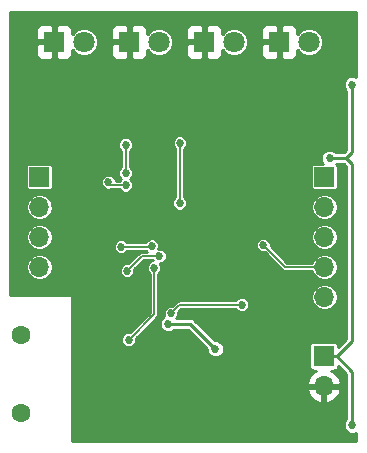
<source format=gbl>
%TF.GenerationSoftware,KiCad,Pcbnew,4.0.7*%
%TF.CreationDate,2018-02-09T12:23:56+01:00*%
%TF.ProjectId,Metronome,4D6574726F6E6F6D652E6B696361645F,1.0*%
%TF.FileFunction,Copper,L2,Bot,Signal*%
%FSLAX46Y46*%
G04 Gerber Fmt 4.6, Leading zero omitted, Abs format (unit mm)*
G04 Created by KiCad (PCBNEW 4.0.7) date 02/09/18 12:23:56*
%MOMM*%
%LPD*%
G01*
G04 APERTURE LIST*
%ADD10C,0.127000*%
%ADD11C,1.600000*%
%ADD12R,1.700000X1.700000*%
%ADD13O,1.700000X1.700000*%
%ADD14R,1.800000X1.800000*%
%ADD15C,1.800000*%
%ADD16C,0.685800*%
%ADD17C,0.152400*%
%ADD18C,0.254000*%
G04 APERTURE END LIST*
D10*
D11*
X131851400Y-103837200D03*
X131851400Y-110437200D03*
D12*
X157568900Y-90436700D03*
D13*
X157568900Y-92976700D03*
X157568900Y-95516700D03*
X157568900Y-98056700D03*
X157568900Y-100596700D03*
D14*
X134708900Y-79006700D03*
D15*
X137248900Y-79006700D03*
D14*
X141058900Y-79006700D03*
D15*
X143598900Y-79006700D03*
D14*
X147408900Y-79006700D03*
D15*
X149948900Y-79006700D03*
D14*
X153758900Y-79006700D03*
D15*
X156298900Y-79006700D03*
D12*
X157505400Y-105613200D03*
D13*
X157505400Y-108153200D03*
D12*
X133438900Y-90436700D03*
D13*
X133438900Y-92976700D03*
X133438900Y-95516700D03*
X133438900Y-98056700D03*
D16*
X139280890Y-90881200D03*
X140741400Y-91135200D03*
X144078978Y-98210988D03*
X146608800Y-104998801D03*
X155727400Y-88849200D03*
X140995400Y-84912200D03*
X148107400Y-90138798D03*
X155663900Y-95072200D03*
X138074400Y-89166704D03*
X150710900Y-86944200D03*
X138455400Y-110629700D03*
X148336000Y-104998801D03*
X144353501Y-102879445D03*
X159918400Y-82626204D03*
X158013400Y-88849200D03*
X159918402Y-111455200D03*
X142951200Y-96266000D03*
X140360400Y-96342200D03*
X150571192Y-101244400D03*
X144576800Y-101955600D03*
X143611600Y-97129600D03*
X152397718Y-96187525D03*
X140868406Y-98374200D03*
X143143631Y-98119481D03*
X140995400Y-104216208D03*
X140741400Y-87706200D03*
X140741400Y-90119200D03*
X145313400Y-92659200D03*
X145339149Y-87540688D03*
D17*
X139534890Y-91135200D02*
X139280890Y-90881200D01*
X140741400Y-91135200D02*
X139534890Y-91135200D01*
D18*
X144353501Y-102879445D02*
X146216644Y-102879445D01*
X146216644Y-102879445D02*
X148336000Y-104998801D01*
X159918400Y-83111137D02*
X159918400Y-82626204D01*
X159410402Y-88849200D02*
X159918400Y-88341202D01*
X159918400Y-88341202D02*
X159918400Y-83111137D01*
X159918402Y-89357200D02*
X159918402Y-104343200D01*
X159410402Y-88849200D02*
X159918402Y-89357200D01*
X158013400Y-88849200D02*
X159410402Y-88849200D01*
X157505400Y-105613200D02*
X158648402Y-105613200D01*
X158648402Y-105613200D02*
X159918402Y-104343200D01*
X159918402Y-107010200D02*
X159918402Y-110970267D01*
X157505400Y-105613200D02*
X158609400Y-105613200D01*
X158609400Y-105613200D02*
X159918402Y-106922202D01*
X159918402Y-106922202D02*
X159918402Y-107010200D01*
X159918402Y-110970267D02*
X159918402Y-111455200D01*
D17*
X140360400Y-96342200D02*
X142875000Y-96342200D01*
X142875000Y-96342200D02*
X142951200Y-96266000D01*
X145288000Y-101244400D02*
X150086259Y-101244400D01*
X144576800Y-101955600D02*
X145288000Y-101244400D01*
X150086259Y-101244400D02*
X150571192Y-101244400D01*
X143126667Y-97129600D02*
X143611600Y-97129600D01*
X142113006Y-97129600D02*
X143126667Y-97129600D01*
X140868406Y-98374200D02*
X142113006Y-97129600D01*
X157568900Y-98056700D02*
X154266893Y-98056700D01*
X154266893Y-98056700D02*
X152740617Y-96530424D01*
X152740617Y-96530424D02*
X152397718Y-96187525D01*
X143143631Y-102067977D02*
X143143631Y-98604414D01*
X140995400Y-104216208D02*
X143143631Y-102067977D01*
X143143631Y-98604414D02*
X143143631Y-98119481D01*
X140741400Y-90119200D02*
X140741400Y-87706200D01*
X145313400Y-92659200D02*
X145313400Y-87566437D01*
X145313400Y-87566437D02*
X145339149Y-87540688D01*
D18*
G36*
X160289500Y-81996471D02*
X160063024Y-81902430D01*
X159775039Y-81902179D01*
X159508879Y-82012154D01*
X159305065Y-82215612D01*
X159194626Y-82481580D01*
X159194375Y-82769565D01*
X159304350Y-83035725D01*
X159410400Y-83141961D01*
X159410400Y-88130782D01*
X159199982Y-88341200D01*
X158529143Y-88341200D01*
X158423992Y-88235865D01*
X158158024Y-88125426D01*
X157870039Y-88125175D01*
X157603879Y-88235150D01*
X157400065Y-88438608D01*
X157289626Y-88704576D01*
X157289375Y-88992561D01*
X157399350Y-89258721D01*
X157442381Y-89301827D01*
X156718900Y-89301827D01*
X156615361Y-89321309D01*
X156520266Y-89382501D01*
X156456471Y-89475868D01*
X156434027Y-89586700D01*
X156434027Y-91286700D01*
X156453509Y-91390239D01*
X156514701Y-91485334D01*
X156608068Y-91549129D01*
X156718900Y-91571573D01*
X158418900Y-91571573D01*
X158522439Y-91552091D01*
X158617534Y-91490899D01*
X158681329Y-91397532D01*
X158703773Y-91286700D01*
X158703773Y-89586700D01*
X158684291Y-89483161D01*
X158623099Y-89388066D01*
X158577925Y-89357200D01*
X159199982Y-89357200D01*
X159410402Y-89567621D01*
X159410402Y-104132780D01*
X158743864Y-104799318D01*
X158743864Y-104763200D01*
X158717297Y-104622010D01*
X158633854Y-104492335D01*
X158506534Y-104405341D01*
X158355400Y-104374736D01*
X156655400Y-104374736D01*
X156514210Y-104401303D01*
X156384535Y-104484746D01*
X156297541Y-104612066D01*
X156266936Y-104763200D01*
X156266936Y-106463200D01*
X156293503Y-106604390D01*
X156376946Y-106734065D01*
X156504266Y-106821059D01*
X156655400Y-106851664D01*
X156850505Y-106851664D01*
X156624042Y-106958017D01*
X156233755Y-107386276D01*
X156063924Y-107796310D01*
X156185245Y-108026200D01*
X157378400Y-108026200D01*
X157378400Y-108006200D01*
X157632400Y-108006200D01*
X157632400Y-108026200D01*
X158825555Y-108026200D01*
X158946876Y-107796310D01*
X158777045Y-107386276D01*
X158386758Y-106958017D01*
X158160295Y-106851664D01*
X158355400Y-106851664D01*
X158496590Y-106825097D01*
X158626265Y-106741654D01*
X158713259Y-106614334D01*
X158743378Y-106465599D01*
X159410402Y-107132623D01*
X159410402Y-110939457D01*
X159305067Y-111044608D01*
X159194628Y-111310576D01*
X159194377Y-111598561D01*
X159304352Y-111864721D01*
X159507810Y-112068535D01*
X159773778Y-112178974D01*
X160061763Y-112179225D01*
X160289500Y-112085126D01*
X160289500Y-112768300D01*
X136232900Y-112768300D01*
X136232900Y-108510090D01*
X156063924Y-108510090D01*
X156233755Y-108920124D01*
X156624042Y-109348383D01*
X157148508Y-109594686D01*
X157378400Y-109474019D01*
X157378400Y-108280200D01*
X157632400Y-108280200D01*
X157632400Y-109474019D01*
X157862292Y-109594686D01*
X158386758Y-109348383D01*
X158777045Y-108920124D01*
X158946876Y-108510090D01*
X158825555Y-108280200D01*
X157632400Y-108280200D01*
X157378400Y-108280200D01*
X156185245Y-108280200D01*
X156063924Y-108510090D01*
X136232900Y-108510090D01*
X136232900Y-100596700D01*
X136222894Y-100547290D01*
X136194453Y-100505665D01*
X136152059Y-100478385D01*
X136105900Y-100469700D01*
X130975300Y-100469700D01*
X130975300Y-98056700D01*
X132287374Y-98056700D01*
X132373344Y-98488903D01*
X132618168Y-98855306D01*
X132984571Y-99100130D01*
X133416774Y-99186100D01*
X133461026Y-99186100D01*
X133893229Y-99100130D01*
X134259632Y-98855306D01*
X134504456Y-98488903D01*
X134590426Y-98056700D01*
X134504456Y-97624497D01*
X134259632Y-97258094D01*
X133893229Y-97013270D01*
X133461026Y-96927300D01*
X133416774Y-96927300D01*
X132984571Y-97013270D01*
X132618168Y-97258094D01*
X132373344Y-97624497D01*
X132287374Y-98056700D01*
X130975300Y-98056700D01*
X130975300Y-95516700D01*
X132287374Y-95516700D01*
X132373344Y-95948903D01*
X132618168Y-96315306D01*
X132984571Y-96560130D01*
X133416774Y-96646100D01*
X133461026Y-96646100D01*
X133893229Y-96560130D01*
X134034941Y-96465440D01*
X139737992Y-96465440D01*
X139832532Y-96694244D01*
X140007435Y-96869453D01*
X140236074Y-96964392D01*
X140483640Y-96964608D01*
X140712444Y-96870068D01*
X140885013Y-96697800D01*
X142502949Y-96697800D01*
X142579016Y-96774000D01*
X142113006Y-96774000D01*
X141976923Y-96801068D01*
X141861559Y-96878153D01*
X140987708Y-97752004D01*
X140745166Y-97751792D01*
X140516362Y-97846332D01*
X140341153Y-98021235D01*
X140246214Y-98249874D01*
X140245998Y-98497440D01*
X140340538Y-98726244D01*
X140515441Y-98901453D01*
X140744080Y-98996392D01*
X140991646Y-98996608D01*
X141220450Y-98902068D01*
X141395659Y-98727165D01*
X141490598Y-98498526D01*
X141490811Y-98254689D01*
X142260300Y-97485200D01*
X143087282Y-97485200D01*
X143099203Y-97497142D01*
X143020391Y-97497073D01*
X142791587Y-97591613D01*
X142616378Y-97766516D01*
X142521439Y-97995155D01*
X142521223Y-98242721D01*
X142615763Y-98471525D01*
X142788031Y-98644094D01*
X142788031Y-101920683D01*
X141114702Y-103594012D01*
X140872160Y-103593800D01*
X140643356Y-103688340D01*
X140468147Y-103863243D01*
X140373208Y-104091882D01*
X140372992Y-104339448D01*
X140467532Y-104568252D01*
X140642435Y-104743461D01*
X140871074Y-104838400D01*
X141118640Y-104838616D01*
X141347444Y-104744076D01*
X141522653Y-104569173D01*
X141617592Y-104340534D01*
X141617805Y-104096697D01*
X142691696Y-103022806D01*
X143629476Y-103022806D01*
X143739451Y-103288966D01*
X143942909Y-103492780D01*
X144208877Y-103603219D01*
X144496862Y-103603470D01*
X144763022Y-103493495D01*
X144869258Y-103387445D01*
X146006224Y-103387445D01*
X147612105Y-104993326D01*
X147611975Y-105142162D01*
X147721950Y-105408322D01*
X147925408Y-105612136D01*
X148191376Y-105722575D01*
X148479361Y-105722826D01*
X148745521Y-105612851D01*
X148949335Y-105409393D01*
X149059774Y-105143425D01*
X149060025Y-104855440D01*
X148950050Y-104589280D01*
X148746592Y-104385466D01*
X148480624Y-104275027D01*
X148330515Y-104274896D01*
X146575854Y-102520235D01*
X146411047Y-102410114D01*
X146216644Y-102371445D01*
X145041063Y-102371445D01*
X145104053Y-102308565D01*
X145198992Y-102079926D01*
X145199205Y-101836089D01*
X145435294Y-101600000D01*
X150046874Y-101600000D01*
X150218227Y-101771653D01*
X150446866Y-101866592D01*
X150694432Y-101866808D01*
X150923236Y-101772268D01*
X151098445Y-101597365D01*
X151193384Y-101368726D01*
X151193600Y-101121160D01*
X151099060Y-100892356D01*
X150924157Y-100717147D01*
X150695518Y-100622208D01*
X150447952Y-100621992D01*
X150219148Y-100716532D01*
X150046579Y-100888800D01*
X145288000Y-100888800D01*
X145151918Y-100915868D01*
X145036553Y-100992953D01*
X144696102Y-101333404D01*
X144453560Y-101333192D01*
X144224756Y-101427732D01*
X144049547Y-101602635D01*
X143954608Y-101831274D01*
X143954392Y-102078840D01*
X144018716Y-102234515D01*
X143943980Y-102265395D01*
X143740166Y-102468853D01*
X143629727Y-102734821D01*
X143629476Y-103022806D01*
X142691696Y-103022806D01*
X143395078Y-102319424D01*
X143402949Y-102307644D01*
X143472163Y-102204059D01*
X143499231Y-102067977D01*
X143499231Y-100596700D01*
X156417374Y-100596700D01*
X156503344Y-101028903D01*
X156748168Y-101395306D01*
X157114571Y-101640130D01*
X157546774Y-101726100D01*
X157591026Y-101726100D01*
X158023229Y-101640130D01*
X158389632Y-101395306D01*
X158634456Y-101028903D01*
X158720426Y-100596700D01*
X158634456Y-100164497D01*
X158389632Y-99798094D01*
X158023229Y-99553270D01*
X157591026Y-99467300D01*
X157546774Y-99467300D01*
X157114571Y-99553270D01*
X156748168Y-99798094D01*
X156503344Y-100164497D01*
X156417374Y-100596700D01*
X143499231Y-100596700D01*
X143499231Y-98643799D01*
X143670884Y-98472446D01*
X143765823Y-98243807D01*
X143766039Y-97996241D01*
X143671499Y-97767437D01*
X143656028Y-97751939D01*
X143734840Y-97752008D01*
X143963644Y-97657468D01*
X144138853Y-97482565D01*
X144233792Y-97253926D01*
X144234008Y-97006360D01*
X144139468Y-96777556D01*
X143964565Y-96602347D01*
X143735926Y-96507408D01*
X143524852Y-96507224D01*
X143573392Y-96390326D01*
X143573461Y-96310765D01*
X151775310Y-96310765D01*
X151869850Y-96539569D01*
X152044753Y-96714778D01*
X152273392Y-96809717D01*
X152517229Y-96809930D01*
X154015446Y-98308147D01*
X154130810Y-98385232D01*
X154266893Y-98412300D01*
X156488107Y-98412300D01*
X156503344Y-98488903D01*
X156748168Y-98855306D01*
X157114571Y-99100130D01*
X157546774Y-99186100D01*
X157591026Y-99186100D01*
X158023229Y-99100130D01*
X158389632Y-98855306D01*
X158634456Y-98488903D01*
X158720426Y-98056700D01*
X158634456Y-97624497D01*
X158389632Y-97258094D01*
X158023229Y-97013270D01*
X157591026Y-96927300D01*
X157546774Y-96927300D01*
X157114571Y-97013270D01*
X156748168Y-97258094D01*
X156503344Y-97624497D01*
X156488107Y-97701100D01*
X154414187Y-97701100D01*
X153019914Y-96306827D01*
X153020126Y-96064285D01*
X152925586Y-95835481D01*
X152750683Y-95660272D01*
X152522044Y-95565333D01*
X152274478Y-95565117D01*
X152045674Y-95659657D01*
X151870465Y-95834560D01*
X151775526Y-96063199D01*
X151775310Y-96310765D01*
X143573461Y-96310765D01*
X143573608Y-96142760D01*
X143479068Y-95913956D01*
X143304165Y-95738747D01*
X143075526Y-95643808D01*
X142827960Y-95643592D01*
X142599156Y-95738132D01*
X142423947Y-95913035D01*
X142393400Y-95986600D01*
X140884718Y-95986600D01*
X140713365Y-95814947D01*
X140484726Y-95720008D01*
X140237160Y-95719792D01*
X140008356Y-95814332D01*
X139833147Y-95989235D01*
X139738208Y-96217874D01*
X139737992Y-96465440D01*
X134034941Y-96465440D01*
X134259632Y-96315306D01*
X134504456Y-95948903D01*
X134590426Y-95516700D01*
X156417374Y-95516700D01*
X156503344Y-95948903D01*
X156748168Y-96315306D01*
X157114571Y-96560130D01*
X157546774Y-96646100D01*
X157591026Y-96646100D01*
X158023229Y-96560130D01*
X158389632Y-96315306D01*
X158634456Y-95948903D01*
X158720426Y-95516700D01*
X158634456Y-95084497D01*
X158389632Y-94718094D01*
X158023229Y-94473270D01*
X157591026Y-94387300D01*
X157546774Y-94387300D01*
X157114571Y-94473270D01*
X156748168Y-94718094D01*
X156503344Y-95084497D01*
X156417374Y-95516700D01*
X134590426Y-95516700D01*
X134504456Y-95084497D01*
X134259632Y-94718094D01*
X133893229Y-94473270D01*
X133461026Y-94387300D01*
X133416774Y-94387300D01*
X132984571Y-94473270D01*
X132618168Y-94718094D01*
X132373344Y-95084497D01*
X132287374Y-95516700D01*
X130975300Y-95516700D01*
X130975300Y-92976700D01*
X132287374Y-92976700D01*
X132373344Y-93408903D01*
X132618168Y-93775306D01*
X132984571Y-94020130D01*
X133416774Y-94106100D01*
X133461026Y-94106100D01*
X133893229Y-94020130D01*
X134259632Y-93775306D01*
X134504456Y-93408903D01*
X134590426Y-92976700D01*
X134551786Y-92782440D01*
X144690992Y-92782440D01*
X144785532Y-93011244D01*
X144960435Y-93186453D01*
X145189074Y-93281392D01*
X145436640Y-93281608D01*
X145665444Y-93187068D01*
X145840653Y-93012165D01*
X145855379Y-92976700D01*
X156417374Y-92976700D01*
X156503344Y-93408903D01*
X156748168Y-93775306D01*
X157114571Y-94020130D01*
X157546774Y-94106100D01*
X157591026Y-94106100D01*
X158023229Y-94020130D01*
X158389632Y-93775306D01*
X158634456Y-93408903D01*
X158720426Y-92976700D01*
X158634456Y-92544497D01*
X158389632Y-92178094D01*
X158023229Y-91933270D01*
X157591026Y-91847300D01*
X157546774Y-91847300D01*
X157114571Y-91933270D01*
X156748168Y-92178094D01*
X156503344Y-92544497D01*
X156417374Y-92976700D01*
X145855379Y-92976700D01*
X145935592Y-92783526D01*
X145935808Y-92535960D01*
X145841268Y-92307156D01*
X145669000Y-92134587D01*
X145669000Y-88077726D01*
X145691193Y-88068556D01*
X145866402Y-87893653D01*
X145961341Y-87665014D01*
X145961557Y-87417448D01*
X145867017Y-87188644D01*
X145692114Y-87013435D01*
X145463475Y-86918496D01*
X145215909Y-86918280D01*
X144987105Y-87012820D01*
X144811896Y-87187723D01*
X144716957Y-87416362D01*
X144716741Y-87663928D01*
X144811281Y-87892732D01*
X144957800Y-88039507D01*
X144957800Y-92134882D01*
X144786147Y-92306235D01*
X144691208Y-92534874D01*
X144690992Y-92782440D01*
X134551786Y-92782440D01*
X134504456Y-92544497D01*
X134259632Y-92178094D01*
X133893229Y-91933270D01*
X133461026Y-91847300D01*
X133416774Y-91847300D01*
X132984571Y-91933270D01*
X132618168Y-92178094D01*
X132373344Y-92544497D01*
X132287374Y-92976700D01*
X130975300Y-92976700D01*
X130975300Y-89586700D01*
X132304027Y-89586700D01*
X132304027Y-91286700D01*
X132323509Y-91390239D01*
X132384701Y-91485334D01*
X132478068Y-91549129D01*
X132588900Y-91571573D01*
X134288900Y-91571573D01*
X134392439Y-91552091D01*
X134487534Y-91490899D01*
X134551329Y-91397532D01*
X134573773Y-91286700D01*
X134573773Y-91004440D01*
X138658482Y-91004440D01*
X138753022Y-91233244D01*
X138927925Y-91408453D01*
X139156564Y-91503392D01*
X139404130Y-91503608D01*
X139467546Y-91477405D01*
X139534890Y-91490800D01*
X140217082Y-91490800D01*
X140388435Y-91662453D01*
X140617074Y-91757392D01*
X140864640Y-91757608D01*
X141093444Y-91663068D01*
X141268653Y-91488165D01*
X141363592Y-91259526D01*
X141363808Y-91011960D01*
X141269268Y-90783156D01*
X141113466Y-90627081D01*
X141268653Y-90472165D01*
X141363592Y-90243526D01*
X141363808Y-89995960D01*
X141269268Y-89767156D01*
X141097000Y-89594587D01*
X141097000Y-88230518D01*
X141268653Y-88059165D01*
X141363592Y-87830526D01*
X141363808Y-87582960D01*
X141269268Y-87354156D01*
X141094365Y-87178947D01*
X140865726Y-87084008D01*
X140618160Y-87083792D01*
X140389356Y-87178332D01*
X140214147Y-87353235D01*
X140119208Y-87581874D01*
X140118992Y-87829440D01*
X140213532Y-88058244D01*
X140385800Y-88230813D01*
X140385800Y-89594882D01*
X140214147Y-89766235D01*
X140119208Y-89994874D01*
X140118992Y-90242440D01*
X140213532Y-90471244D01*
X140369334Y-90627319D01*
X140216787Y-90779600D01*
X139903279Y-90779600D01*
X139903298Y-90757960D01*
X139808758Y-90529156D01*
X139633855Y-90353947D01*
X139405216Y-90259008D01*
X139157650Y-90258792D01*
X138928846Y-90353332D01*
X138753637Y-90528235D01*
X138658698Y-90756874D01*
X138658482Y-91004440D01*
X134573773Y-91004440D01*
X134573773Y-89586700D01*
X134554291Y-89483161D01*
X134493099Y-89388066D01*
X134399732Y-89324271D01*
X134288900Y-89301827D01*
X132588900Y-89301827D01*
X132485361Y-89321309D01*
X132390266Y-89382501D01*
X132326471Y-89475868D01*
X132304027Y-89586700D01*
X130975300Y-89586700D01*
X130975300Y-79292450D01*
X133173900Y-79292450D01*
X133173900Y-80033010D01*
X133270573Y-80266399D01*
X133449202Y-80445027D01*
X133682591Y-80541700D01*
X134423150Y-80541700D01*
X134581900Y-80382950D01*
X134581900Y-79133700D01*
X133332650Y-79133700D01*
X133173900Y-79292450D01*
X130975300Y-79292450D01*
X130975300Y-77980390D01*
X133173900Y-77980390D01*
X133173900Y-78720950D01*
X133332650Y-78879700D01*
X134581900Y-78879700D01*
X134581900Y-77630450D01*
X134835900Y-77630450D01*
X134835900Y-78879700D01*
X134855900Y-78879700D01*
X134855900Y-79133700D01*
X134835900Y-79133700D01*
X134835900Y-80382950D01*
X134994650Y-80541700D01*
X135735209Y-80541700D01*
X135968598Y-80445027D01*
X136147227Y-80266399D01*
X136243900Y-80033010D01*
X136243900Y-79662844D01*
X136248470Y-79673904D01*
X136579951Y-80005964D01*
X137013274Y-80185895D01*
X137482468Y-80186304D01*
X137916104Y-80007130D01*
X138248164Y-79675649D01*
X138407281Y-79292450D01*
X139523900Y-79292450D01*
X139523900Y-80033010D01*
X139620573Y-80266399D01*
X139799202Y-80445027D01*
X140032591Y-80541700D01*
X140773150Y-80541700D01*
X140931900Y-80382950D01*
X140931900Y-79133700D01*
X139682650Y-79133700D01*
X139523900Y-79292450D01*
X138407281Y-79292450D01*
X138428095Y-79242326D01*
X138428504Y-78773132D01*
X138249330Y-78339496D01*
X137917849Y-78007436D01*
X137852715Y-77980390D01*
X139523900Y-77980390D01*
X139523900Y-78720950D01*
X139682650Y-78879700D01*
X140931900Y-78879700D01*
X140931900Y-77630450D01*
X141185900Y-77630450D01*
X141185900Y-78879700D01*
X141205900Y-78879700D01*
X141205900Y-79133700D01*
X141185900Y-79133700D01*
X141185900Y-80382950D01*
X141344650Y-80541700D01*
X142085209Y-80541700D01*
X142318598Y-80445027D01*
X142497227Y-80266399D01*
X142593900Y-80033010D01*
X142593900Y-79662844D01*
X142598470Y-79673904D01*
X142929951Y-80005964D01*
X143363274Y-80185895D01*
X143832468Y-80186304D01*
X144266104Y-80007130D01*
X144598164Y-79675649D01*
X144757281Y-79292450D01*
X145873900Y-79292450D01*
X145873900Y-80033010D01*
X145970573Y-80266399D01*
X146149202Y-80445027D01*
X146382591Y-80541700D01*
X147123150Y-80541700D01*
X147281900Y-80382950D01*
X147281900Y-79133700D01*
X146032650Y-79133700D01*
X145873900Y-79292450D01*
X144757281Y-79292450D01*
X144778095Y-79242326D01*
X144778504Y-78773132D01*
X144599330Y-78339496D01*
X144267849Y-78007436D01*
X144202715Y-77980390D01*
X145873900Y-77980390D01*
X145873900Y-78720950D01*
X146032650Y-78879700D01*
X147281900Y-78879700D01*
X147281900Y-77630450D01*
X147535900Y-77630450D01*
X147535900Y-78879700D01*
X147555900Y-78879700D01*
X147555900Y-79133700D01*
X147535900Y-79133700D01*
X147535900Y-80382950D01*
X147694650Y-80541700D01*
X148435209Y-80541700D01*
X148668598Y-80445027D01*
X148847227Y-80266399D01*
X148943900Y-80033010D01*
X148943900Y-79662844D01*
X148948470Y-79673904D01*
X149279951Y-80005964D01*
X149713274Y-80185895D01*
X150182468Y-80186304D01*
X150616104Y-80007130D01*
X150948164Y-79675649D01*
X151107281Y-79292450D01*
X152223900Y-79292450D01*
X152223900Y-80033010D01*
X152320573Y-80266399D01*
X152499202Y-80445027D01*
X152732591Y-80541700D01*
X153473150Y-80541700D01*
X153631900Y-80382950D01*
X153631900Y-79133700D01*
X152382650Y-79133700D01*
X152223900Y-79292450D01*
X151107281Y-79292450D01*
X151128095Y-79242326D01*
X151128504Y-78773132D01*
X150949330Y-78339496D01*
X150617849Y-78007436D01*
X150552715Y-77980390D01*
X152223900Y-77980390D01*
X152223900Y-78720950D01*
X152382650Y-78879700D01*
X153631900Y-78879700D01*
X153631900Y-77630450D01*
X153885900Y-77630450D01*
X153885900Y-78879700D01*
X153905900Y-78879700D01*
X153905900Y-79133700D01*
X153885900Y-79133700D01*
X153885900Y-80382950D01*
X154044650Y-80541700D01*
X154785209Y-80541700D01*
X155018598Y-80445027D01*
X155197227Y-80266399D01*
X155293900Y-80033010D01*
X155293900Y-79662844D01*
X155298470Y-79673904D01*
X155629951Y-80005964D01*
X156063274Y-80185895D01*
X156532468Y-80186304D01*
X156966104Y-80007130D01*
X157298164Y-79675649D01*
X157478095Y-79242326D01*
X157478504Y-78773132D01*
X157299330Y-78339496D01*
X156967849Y-78007436D01*
X156534526Y-77827505D01*
X156065332Y-77827096D01*
X155631696Y-78006270D01*
X155299636Y-78337751D01*
X155293900Y-78351565D01*
X155293900Y-77980390D01*
X155197227Y-77747001D01*
X155018598Y-77568373D01*
X154785209Y-77471700D01*
X154044650Y-77471700D01*
X153885900Y-77630450D01*
X153631900Y-77630450D01*
X153473150Y-77471700D01*
X152732591Y-77471700D01*
X152499202Y-77568373D01*
X152320573Y-77747001D01*
X152223900Y-77980390D01*
X150552715Y-77980390D01*
X150184526Y-77827505D01*
X149715332Y-77827096D01*
X149281696Y-78006270D01*
X148949636Y-78337751D01*
X148943900Y-78351565D01*
X148943900Y-77980390D01*
X148847227Y-77747001D01*
X148668598Y-77568373D01*
X148435209Y-77471700D01*
X147694650Y-77471700D01*
X147535900Y-77630450D01*
X147281900Y-77630450D01*
X147123150Y-77471700D01*
X146382591Y-77471700D01*
X146149202Y-77568373D01*
X145970573Y-77747001D01*
X145873900Y-77980390D01*
X144202715Y-77980390D01*
X143834526Y-77827505D01*
X143365332Y-77827096D01*
X142931696Y-78006270D01*
X142599636Y-78337751D01*
X142593900Y-78351565D01*
X142593900Y-77980390D01*
X142497227Y-77747001D01*
X142318598Y-77568373D01*
X142085209Y-77471700D01*
X141344650Y-77471700D01*
X141185900Y-77630450D01*
X140931900Y-77630450D01*
X140773150Y-77471700D01*
X140032591Y-77471700D01*
X139799202Y-77568373D01*
X139620573Y-77747001D01*
X139523900Y-77980390D01*
X137852715Y-77980390D01*
X137484526Y-77827505D01*
X137015332Y-77827096D01*
X136581696Y-78006270D01*
X136249636Y-78337751D01*
X136243900Y-78351565D01*
X136243900Y-77980390D01*
X136147227Y-77747001D01*
X135968598Y-77568373D01*
X135735209Y-77471700D01*
X134994650Y-77471700D01*
X134835900Y-77630450D01*
X134581900Y-77630450D01*
X134423150Y-77471700D01*
X133682591Y-77471700D01*
X133449202Y-77568373D01*
X133270573Y-77747001D01*
X133173900Y-77980390D01*
X130975300Y-77980390D01*
X130975300Y-76454100D01*
X160289500Y-76454100D01*
X160289500Y-81996471D01*
X160289500Y-81996471D01*
G37*
X160289500Y-81996471D02*
X160063024Y-81902430D01*
X159775039Y-81902179D01*
X159508879Y-82012154D01*
X159305065Y-82215612D01*
X159194626Y-82481580D01*
X159194375Y-82769565D01*
X159304350Y-83035725D01*
X159410400Y-83141961D01*
X159410400Y-88130782D01*
X159199982Y-88341200D01*
X158529143Y-88341200D01*
X158423992Y-88235865D01*
X158158024Y-88125426D01*
X157870039Y-88125175D01*
X157603879Y-88235150D01*
X157400065Y-88438608D01*
X157289626Y-88704576D01*
X157289375Y-88992561D01*
X157399350Y-89258721D01*
X157442381Y-89301827D01*
X156718900Y-89301827D01*
X156615361Y-89321309D01*
X156520266Y-89382501D01*
X156456471Y-89475868D01*
X156434027Y-89586700D01*
X156434027Y-91286700D01*
X156453509Y-91390239D01*
X156514701Y-91485334D01*
X156608068Y-91549129D01*
X156718900Y-91571573D01*
X158418900Y-91571573D01*
X158522439Y-91552091D01*
X158617534Y-91490899D01*
X158681329Y-91397532D01*
X158703773Y-91286700D01*
X158703773Y-89586700D01*
X158684291Y-89483161D01*
X158623099Y-89388066D01*
X158577925Y-89357200D01*
X159199982Y-89357200D01*
X159410402Y-89567621D01*
X159410402Y-104132780D01*
X158743864Y-104799318D01*
X158743864Y-104763200D01*
X158717297Y-104622010D01*
X158633854Y-104492335D01*
X158506534Y-104405341D01*
X158355400Y-104374736D01*
X156655400Y-104374736D01*
X156514210Y-104401303D01*
X156384535Y-104484746D01*
X156297541Y-104612066D01*
X156266936Y-104763200D01*
X156266936Y-106463200D01*
X156293503Y-106604390D01*
X156376946Y-106734065D01*
X156504266Y-106821059D01*
X156655400Y-106851664D01*
X156850505Y-106851664D01*
X156624042Y-106958017D01*
X156233755Y-107386276D01*
X156063924Y-107796310D01*
X156185245Y-108026200D01*
X157378400Y-108026200D01*
X157378400Y-108006200D01*
X157632400Y-108006200D01*
X157632400Y-108026200D01*
X158825555Y-108026200D01*
X158946876Y-107796310D01*
X158777045Y-107386276D01*
X158386758Y-106958017D01*
X158160295Y-106851664D01*
X158355400Y-106851664D01*
X158496590Y-106825097D01*
X158626265Y-106741654D01*
X158713259Y-106614334D01*
X158743378Y-106465599D01*
X159410402Y-107132623D01*
X159410402Y-110939457D01*
X159305067Y-111044608D01*
X159194628Y-111310576D01*
X159194377Y-111598561D01*
X159304352Y-111864721D01*
X159507810Y-112068535D01*
X159773778Y-112178974D01*
X160061763Y-112179225D01*
X160289500Y-112085126D01*
X160289500Y-112768300D01*
X136232900Y-112768300D01*
X136232900Y-108510090D01*
X156063924Y-108510090D01*
X156233755Y-108920124D01*
X156624042Y-109348383D01*
X157148508Y-109594686D01*
X157378400Y-109474019D01*
X157378400Y-108280200D01*
X157632400Y-108280200D01*
X157632400Y-109474019D01*
X157862292Y-109594686D01*
X158386758Y-109348383D01*
X158777045Y-108920124D01*
X158946876Y-108510090D01*
X158825555Y-108280200D01*
X157632400Y-108280200D01*
X157378400Y-108280200D01*
X156185245Y-108280200D01*
X156063924Y-108510090D01*
X136232900Y-108510090D01*
X136232900Y-100596700D01*
X136222894Y-100547290D01*
X136194453Y-100505665D01*
X136152059Y-100478385D01*
X136105900Y-100469700D01*
X130975300Y-100469700D01*
X130975300Y-98056700D01*
X132287374Y-98056700D01*
X132373344Y-98488903D01*
X132618168Y-98855306D01*
X132984571Y-99100130D01*
X133416774Y-99186100D01*
X133461026Y-99186100D01*
X133893229Y-99100130D01*
X134259632Y-98855306D01*
X134504456Y-98488903D01*
X134590426Y-98056700D01*
X134504456Y-97624497D01*
X134259632Y-97258094D01*
X133893229Y-97013270D01*
X133461026Y-96927300D01*
X133416774Y-96927300D01*
X132984571Y-97013270D01*
X132618168Y-97258094D01*
X132373344Y-97624497D01*
X132287374Y-98056700D01*
X130975300Y-98056700D01*
X130975300Y-95516700D01*
X132287374Y-95516700D01*
X132373344Y-95948903D01*
X132618168Y-96315306D01*
X132984571Y-96560130D01*
X133416774Y-96646100D01*
X133461026Y-96646100D01*
X133893229Y-96560130D01*
X134034941Y-96465440D01*
X139737992Y-96465440D01*
X139832532Y-96694244D01*
X140007435Y-96869453D01*
X140236074Y-96964392D01*
X140483640Y-96964608D01*
X140712444Y-96870068D01*
X140885013Y-96697800D01*
X142502949Y-96697800D01*
X142579016Y-96774000D01*
X142113006Y-96774000D01*
X141976923Y-96801068D01*
X141861559Y-96878153D01*
X140987708Y-97752004D01*
X140745166Y-97751792D01*
X140516362Y-97846332D01*
X140341153Y-98021235D01*
X140246214Y-98249874D01*
X140245998Y-98497440D01*
X140340538Y-98726244D01*
X140515441Y-98901453D01*
X140744080Y-98996392D01*
X140991646Y-98996608D01*
X141220450Y-98902068D01*
X141395659Y-98727165D01*
X141490598Y-98498526D01*
X141490811Y-98254689D01*
X142260300Y-97485200D01*
X143087282Y-97485200D01*
X143099203Y-97497142D01*
X143020391Y-97497073D01*
X142791587Y-97591613D01*
X142616378Y-97766516D01*
X142521439Y-97995155D01*
X142521223Y-98242721D01*
X142615763Y-98471525D01*
X142788031Y-98644094D01*
X142788031Y-101920683D01*
X141114702Y-103594012D01*
X140872160Y-103593800D01*
X140643356Y-103688340D01*
X140468147Y-103863243D01*
X140373208Y-104091882D01*
X140372992Y-104339448D01*
X140467532Y-104568252D01*
X140642435Y-104743461D01*
X140871074Y-104838400D01*
X141118640Y-104838616D01*
X141347444Y-104744076D01*
X141522653Y-104569173D01*
X141617592Y-104340534D01*
X141617805Y-104096697D01*
X142691696Y-103022806D01*
X143629476Y-103022806D01*
X143739451Y-103288966D01*
X143942909Y-103492780D01*
X144208877Y-103603219D01*
X144496862Y-103603470D01*
X144763022Y-103493495D01*
X144869258Y-103387445D01*
X146006224Y-103387445D01*
X147612105Y-104993326D01*
X147611975Y-105142162D01*
X147721950Y-105408322D01*
X147925408Y-105612136D01*
X148191376Y-105722575D01*
X148479361Y-105722826D01*
X148745521Y-105612851D01*
X148949335Y-105409393D01*
X149059774Y-105143425D01*
X149060025Y-104855440D01*
X148950050Y-104589280D01*
X148746592Y-104385466D01*
X148480624Y-104275027D01*
X148330515Y-104274896D01*
X146575854Y-102520235D01*
X146411047Y-102410114D01*
X146216644Y-102371445D01*
X145041063Y-102371445D01*
X145104053Y-102308565D01*
X145198992Y-102079926D01*
X145199205Y-101836089D01*
X145435294Y-101600000D01*
X150046874Y-101600000D01*
X150218227Y-101771653D01*
X150446866Y-101866592D01*
X150694432Y-101866808D01*
X150923236Y-101772268D01*
X151098445Y-101597365D01*
X151193384Y-101368726D01*
X151193600Y-101121160D01*
X151099060Y-100892356D01*
X150924157Y-100717147D01*
X150695518Y-100622208D01*
X150447952Y-100621992D01*
X150219148Y-100716532D01*
X150046579Y-100888800D01*
X145288000Y-100888800D01*
X145151918Y-100915868D01*
X145036553Y-100992953D01*
X144696102Y-101333404D01*
X144453560Y-101333192D01*
X144224756Y-101427732D01*
X144049547Y-101602635D01*
X143954608Y-101831274D01*
X143954392Y-102078840D01*
X144018716Y-102234515D01*
X143943980Y-102265395D01*
X143740166Y-102468853D01*
X143629727Y-102734821D01*
X143629476Y-103022806D01*
X142691696Y-103022806D01*
X143395078Y-102319424D01*
X143402949Y-102307644D01*
X143472163Y-102204059D01*
X143499231Y-102067977D01*
X143499231Y-100596700D01*
X156417374Y-100596700D01*
X156503344Y-101028903D01*
X156748168Y-101395306D01*
X157114571Y-101640130D01*
X157546774Y-101726100D01*
X157591026Y-101726100D01*
X158023229Y-101640130D01*
X158389632Y-101395306D01*
X158634456Y-101028903D01*
X158720426Y-100596700D01*
X158634456Y-100164497D01*
X158389632Y-99798094D01*
X158023229Y-99553270D01*
X157591026Y-99467300D01*
X157546774Y-99467300D01*
X157114571Y-99553270D01*
X156748168Y-99798094D01*
X156503344Y-100164497D01*
X156417374Y-100596700D01*
X143499231Y-100596700D01*
X143499231Y-98643799D01*
X143670884Y-98472446D01*
X143765823Y-98243807D01*
X143766039Y-97996241D01*
X143671499Y-97767437D01*
X143656028Y-97751939D01*
X143734840Y-97752008D01*
X143963644Y-97657468D01*
X144138853Y-97482565D01*
X144233792Y-97253926D01*
X144234008Y-97006360D01*
X144139468Y-96777556D01*
X143964565Y-96602347D01*
X143735926Y-96507408D01*
X143524852Y-96507224D01*
X143573392Y-96390326D01*
X143573461Y-96310765D01*
X151775310Y-96310765D01*
X151869850Y-96539569D01*
X152044753Y-96714778D01*
X152273392Y-96809717D01*
X152517229Y-96809930D01*
X154015446Y-98308147D01*
X154130810Y-98385232D01*
X154266893Y-98412300D01*
X156488107Y-98412300D01*
X156503344Y-98488903D01*
X156748168Y-98855306D01*
X157114571Y-99100130D01*
X157546774Y-99186100D01*
X157591026Y-99186100D01*
X158023229Y-99100130D01*
X158389632Y-98855306D01*
X158634456Y-98488903D01*
X158720426Y-98056700D01*
X158634456Y-97624497D01*
X158389632Y-97258094D01*
X158023229Y-97013270D01*
X157591026Y-96927300D01*
X157546774Y-96927300D01*
X157114571Y-97013270D01*
X156748168Y-97258094D01*
X156503344Y-97624497D01*
X156488107Y-97701100D01*
X154414187Y-97701100D01*
X153019914Y-96306827D01*
X153020126Y-96064285D01*
X152925586Y-95835481D01*
X152750683Y-95660272D01*
X152522044Y-95565333D01*
X152274478Y-95565117D01*
X152045674Y-95659657D01*
X151870465Y-95834560D01*
X151775526Y-96063199D01*
X151775310Y-96310765D01*
X143573461Y-96310765D01*
X143573608Y-96142760D01*
X143479068Y-95913956D01*
X143304165Y-95738747D01*
X143075526Y-95643808D01*
X142827960Y-95643592D01*
X142599156Y-95738132D01*
X142423947Y-95913035D01*
X142393400Y-95986600D01*
X140884718Y-95986600D01*
X140713365Y-95814947D01*
X140484726Y-95720008D01*
X140237160Y-95719792D01*
X140008356Y-95814332D01*
X139833147Y-95989235D01*
X139738208Y-96217874D01*
X139737992Y-96465440D01*
X134034941Y-96465440D01*
X134259632Y-96315306D01*
X134504456Y-95948903D01*
X134590426Y-95516700D01*
X156417374Y-95516700D01*
X156503344Y-95948903D01*
X156748168Y-96315306D01*
X157114571Y-96560130D01*
X157546774Y-96646100D01*
X157591026Y-96646100D01*
X158023229Y-96560130D01*
X158389632Y-96315306D01*
X158634456Y-95948903D01*
X158720426Y-95516700D01*
X158634456Y-95084497D01*
X158389632Y-94718094D01*
X158023229Y-94473270D01*
X157591026Y-94387300D01*
X157546774Y-94387300D01*
X157114571Y-94473270D01*
X156748168Y-94718094D01*
X156503344Y-95084497D01*
X156417374Y-95516700D01*
X134590426Y-95516700D01*
X134504456Y-95084497D01*
X134259632Y-94718094D01*
X133893229Y-94473270D01*
X133461026Y-94387300D01*
X133416774Y-94387300D01*
X132984571Y-94473270D01*
X132618168Y-94718094D01*
X132373344Y-95084497D01*
X132287374Y-95516700D01*
X130975300Y-95516700D01*
X130975300Y-92976700D01*
X132287374Y-92976700D01*
X132373344Y-93408903D01*
X132618168Y-93775306D01*
X132984571Y-94020130D01*
X133416774Y-94106100D01*
X133461026Y-94106100D01*
X133893229Y-94020130D01*
X134259632Y-93775306D01*
X134504456Y-93408903D01*
X134590426Y-92976700D01*
X134551786Y-92782440D01*
X144690992Y-92782440D01*
X144785532Y-93011244D01*
X144960435Y-93186453D01*
X145189074Y-93281392D01*
X145436640Y-93281608D01*
X145665444Y-93187068D01*
X145840653Y-93012165D01*
X145855379Y-92976700D01*
X156417374Y-92976700D01*
X156503344Y-93408903D01*
X156748168Y-93775306D01*
X157114571Y-94020130D01*
X157546774Y-94106100D01*
X157591026Y-94106100D01*
X158023229Y-94020130D01*
X158389632Y-93775306D01*
X158634456Y-93408903D01*
X158720426Y-92976700D01*
X158634456Y-92544497D01*
X158389632Y-92178094D01*
X158023229Y-91933270D01*
X157591026Y-91847300D01*
X157546774Y-91847300D01*
X157114571Y-91933270D01*
X156748168Y-92178094D01*
X156503344Y-92544497D01*
X156417374Y-92976700D01*
X145855379Y-92976700D01*
X145935592Y-92783526D01*
X145935808Y-92535960D01*
X145841268Y-92307156D01*
X145669000Y-92134587D01*
X145669000Y-88077726D01*
X145691193Y-88068556D01*
X145866402Y-87893653D01*
X145961341Y-87665014D01*
X145961557Y-87417448D01*
X145867017Y-87188644D01*
X145692114Y-87013435D01*
X145463475Y-86918496D01*
X145215909Y-86918280D01*
X144987105Y-87012820D01*
X144811896Y-87187723D01*
X144716957Y-87416362D01*
X144716741Y-87663928D01*
X144811281Y-87892732D01*
X144957800Y-88039507D01*
X144957800Y-92134882D01*
X144786147Y-92306235D01*
X144691208Y-92534874D01*
X144690992Y-92782440D01*
X134551786Y-92782440D01*
X134504456Y-92544497D01*
X134259632Y-92178094D01*
X133893229Y-91933270D01*
X133461026Y-91847300D01*
X133416774Y-91847300D01*
X132984571Y-91933270D01*
X132618168Y-92178094D01*
X132373344Y-92544497D01*
X132287374Y-92976700D01*
X130975300Y-92976700D01*
X130975300Y-89586700D01*
X132304027Y-89586700D01*
X132304027Y-91286700D01*
X132323509Y-91390239D01*
X132384701Y-91485334D01*
X132478068Y-91549129D01*
X132588900Y-91571573D01*
X134288900Y-91571573D01*
X134392439Y-91552091D01*
X134487534Y-91490899D01*
X134551329Y-91397532D01*
X134573773Y-91286700D01*
X134573773Y-91004440D01*
X138658482Y-91004440D01*
X138753022Y-91233244D01*
X138927925Y-91408453D01*
X139156564Y-91503392D01*
X139404130Y-91503608D01*
X139467546Y-91477405D01*
X139534890Y-91490800D01*
X140217082Y-91490800D01*
X140388435Y-91662453D01*
X140617074Y-91757392D01*
X140864640Y-91757608D01*
X141093444Y-91663068D01*
X141268653Y-91488165D01*
X141363592Y-91259526D01*
X141363808Y-91011960D01*
X141269268Y-90783156D01*
X141113466Y-90627081D01*
X141268653Y-90472165D01*
X141363592Y-90243526D01*
X141363808Y-89995960D01*
X141269268Y-89767156D01*
X141097000Y-89594587D01*
X141097000Y-88230518D01*
X141268653Y-88059165D01*
X141363592Y-87830526D01*
X141363808Y-87582960D01*
X141269268Y-87354156D01*
X141094365Y-87178947D01*
X140865726Y-87084008D01*
X140618160Y-87083792D01*
X140389356Y-87178332D01*
X140214147Y-87353235D01*
X140119208Y-87581874D01*
X140118992Y-87829440D01*
X140213532Y-88058244D01*
X140385800Y-88230813D01*
X140385800Y-89594882D01*
X140214147Y-89766235D01*
X140119208Y-89994874D01*
X140118992Y-90242440D01*
X140213532Y-90471244D01*
X140369334Y-90627319D01*
X140216787Y-90779600D01*
X139903279Y-90779600D01*
X139903298Y-90757960D01*
X139808758Y-90529156D01*
X139633855Y-90353947D01*
X139405216Y-90259008D01*
X139157650Y-90258792D01*
X138928846Y-90353332D01*
X138753637Y-90528235D01*
X138658698Y-90756874D01*
X138658482Y-91004440D01*
X134573773Y-91004440D01*
X134573773Y-89586700D01*
X134554291Y-89483161D01*
X134493099Y-89388066D01*
X134399732Y-89324271D01*
X134288900Y-89301827D01*
X132588900Y-89301827D01*
X132485361Y-89321309D01*
X132390266Y-89382501D01*
X132326471Y-89475868D01*
X132304027Y-89586700D01*
X130975300Y-89586700D01*
X130975300Y-79292450D01*
X133173900Y-79292450D01*
X133173900Y-80033010D01*
X133270573Y-80266399D01*
X133449202Y-80445027D01*
X133682591Y-80541700D01*
X134423150Y-80541700D01*
X134581900Y-80382950D01*
X134581900Y-79133700D01*
X133332650Y-79133700D01*
X133173900Y-79292450D01*
X130975300Y-79292450D01*
X130975300Y-77980390D01*
X133173900Y-77980390D01*
X133173900Y-78720950D01*
X133332650Y-78879700D01*
X134581900Y-78879700D01*
X134581900Y-77630450D01*
X134835900Y-77630450D01*
X134835900Y-78879700D01*
X134855900Y-78879700D01*
X134855900Y-79133700D01*
X134835900Y-79133700D01*
X134835900Y-80382950D01*
X134994650Y-80541700D01*
X135735209Y-80541700D01*
X135968598Y-80445027D01*
X136147227Y-80266399D01*
X136243900Y-80033010D01*
X136243900Y-79662844D01*
X136248470Y-79673904D01*
X136579951Y-80005964D01*
X137013274Y-80185895D01*
X137482468Y-80186304D01*
X137916104Y-80007130D01*
X138248164Y-79675649D01*
X138407281Y-79292450D01*
X139523900Y-79292450D01*
X139523900Y-80033010D01*
X139620573Y-80266399D01*
X139799202Y-80445027D01*
X140032591Y-80541700D01*
X140773150Y-80541700D01*
X140931900Y-80382950D01*
X140931900Y-79133700D01*
X139682650Y-79133700D01*
X139523900Y-79292450D01*
X138407281Y-79292450D01*
X138428095Y-79242326D01*
X138428504Y-78773132D01*
X138249330Y-78339496D01*
X137917849Y-78007436D01*
X137852715Y-77980390D01*
X139523900Y-77980390D01*
X139523900Y-78720950D01*
X139682650Y-78879700D01*
X140931900Y-78879700D01*
X140931900Y-77630450D01*
X141185900Y-77630450D01*
X141185900Y-78879700D01*
X141205900Y-78879700D01*
X141205900Y-79133700D01*
X141185900Y-79133700D01*
X141185900Y-80382950D01*
X141344650Y-80541700D01*
X142085209Y-80541700D01*
X142318598Y-80445027D01*
X142497227Y-80266399D01*
X142593900Y-80033010D01*
X142593900Y-79662844D01*
X142598470Y-79673904D01*
X142929951Y-80005964D01*
X143363274Y-80185895D01*
X143832468Y-80186304D01*
X144266104Y-80007130D01*
X144598164Y-79675649D01*
X144757281Y-79292450D01*
X145873900Y-79292450D01*
X145873900Y-80033010D01*
X145970573Y-80266399D01*
X146149202Y-80445027D01*
X146382591Y-80541700D01*
X147123150Y-80541700D01*
X147281900Y-80382950D01*
X147281900Y-79133700D01*
X146032650Y-79133700D01*
X145873900Y-79292450D01*
X144757281Y-79292450D01*
X144778095Y-79242326D01*
X144778504Y-78773132D01*
X144599330Y-78339496D01*
X144267849Y-78007436D01*
X144202715Y-77980390D01*
X145873900Y-77980390D01*
X145873900Y-78720950D01*
X146032650Y-78879700D01*
X147281900Y-78879700D01*
X147281900Y-77630450D01*
X147535900Y-77630450D01*
X147535900Y-78879700D01*
X147555900Y-78879700D01*
X147555900Y-79133700D01*
X147535900Y-79133700D01*
X147535900Y-80382950D01*
X147694650Y-80541700D01*
X148435209Y-80541700D01*
X148668598Y-80445027D01*
X148847227Y-80266399D01*
X148943900Y-80033010D01*
X148943900Y-79662844D01*
X148948470Y-79673904D01*
X149279951Y-80005964D01*
X149713274Y-80185895D01*
X150182468Y-80186304D01*
X150616104Y-80007130D01*
X150948164Y-79675649D01*
X151107281Y-79292450D01*
X152223900Y-79292450D01*
X152223900Y-80033010D01*
X152320573Y-80266399D01*
X152499202Y-80445027D01*
X152732591Y-80541700D01*
X153473150Y-80541700D01*
X153631900Y-80382950D01*
X153631900Y-79133700D01*
X152382650Y-79133700D01*
X152223900Y-79292450D01*
X151107281Y-79292450D01*
X151128095Y-79242326D01*
X151128504Y-78773132D01*
X150949330Y-78339496D01*
X150617849Y-78007436D01*
X150552715Y-77980390D01*
X152223900Y-77980390D01*
X152223900Y-78720950D01*
X152382650Y-78879700D01*
X153631900Y-78879700D01*
X153631900Y-77630450D01*
X153885900Y-77630450D01*
X153885900Y-78879700D01*
X153905900Y-78879700D01*
X153905900Y-79133700D01*
X153885900Y-79133700D01*
X153885900Y-80382950D01*
X154044650Y-80541700D01*
X154785209Y-80541700D01*
X155018598Y-80445027D01*
X155197227Y-80266399D01*
X155293900Y-80033010D01*
X155293900Y-79662844D01*
X155298470Y-79673904D01*
X155629951Y-80005964D01*
X156063274Y-80185895D01*
X156532468Y-80186304D01*
X156966104Y-80007130D01*
X157298164Y-79675649D01*
X157478095Y-79242326D01*
X157478504Y-78773132D01*
X157299330Y-78339496D01*
X156967849Y-78007436D01*
X156534526Y-77827505D01*
X156065332Y-77827096D01*
X155631696Y-78006270D01*
X155299636Y-78337751D01*
X155293900Y-78351565D01*
X155293900Y-77980390D01*
X155197227Y-77747001D01*
X155018598Y-77568373D01*
X154785209Y-77471700D01*
X154044650Y-77471700D01*
X153885900Y-77630450D01*
X153631900Y-77630450D01*
X153473150Y-77471700D01*
X152732591Y-77471700D01*
X152499202Y-77568373D01*
X152320573Y-77747001D01*
X152223900Y-77980390D01*
X150552715Y-77980390D01*
X150184526Y-77827505D01*
X149715332Y-77827096D01*
X149281696Y-78006270D01*
X148949636Y-78337751D01*
X148943900Y-78351565D01*
X148943900Y-77980390D01*
X148847227Y-77747001D01*
X148668598Y-77568373D01*
X148435209Y-77471700D01*
X147694650Y-77471700D01*
X147535900Y-77630450D01*
X147281900Y-77630450D01*
X147123150Y-77471700D01*
X146382591Y-77471700D01*
X146149202Y-77568373D01*
X145970573Y-77747001D01*
X145873900Y-77980390D01*
X144202715Y-77980390D01*
X143834526Y-77827505D01*
X143365332Y-77827096D01*
X142931696Y-78006270D01*
X142599636Y-78337751D01*
X142593900Y-78351565D01*
X142593900Y-77980390D01*
X142497227Y-77747001D01*
X142318598Y-77568373D01*
X142085209Y-77471700D01*
X141344650Y-77471700D01*
X141185900Y-77630450D01*
X140931900Y-77630450D01*
X140773150Y-77471700D01*
X140032591Y-77471700D01*
X139799202Y-77568373D01*
X139620573Y-77747001D01*
X139523900Y-77980390D01*
X137852715Y-77980390D01*
X137484526Y-77827505D01*
X137015332Y-77827096D01*
X136581696Y-78006270D01*
X136249636Y-78337751D01*
X136243900Y-78351565D01*
X136243900Y-77980390D01*
X136147227Y-77747001D01*
X135968598Y-77568373D01*
X135735209Y-77471700D01*
X134994650Y-77471700D01*
X134835900Y-77630450D01*
X134581900Y-77630450D01*
X134423150Y-77471700D01*
X133682591Y-77471700D01*
X133449202Y-77568373D01*
X133270573Y-77747001D01*
X133173900Y-77980390D01*
X130975300Y-77980390D01*
X130975300Y-76454100D01*
X160289500Y-76454100D01*
X160289500Y-81996471D01*
M02*

</source>
